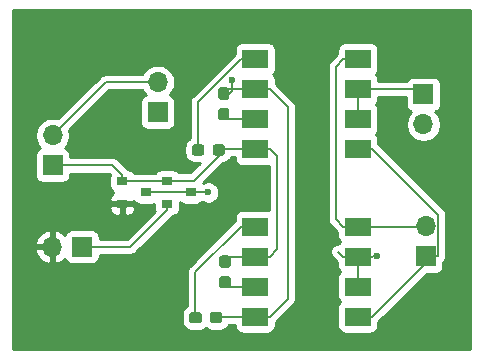
<source format=gtl>
G04 #@! TF.GenerationSoftware,KiCad,Pcbnew,(5.1.5-0)*
G04 #@! TF.CreationDate,2022-03-29T15:48:06-06:00*
G04 #@! TF.ProjectId,polarity_swap,706f6c61-7269-4747-995f-737761702e6b,1*
G04 #@! TF.SameCoordinates,Original*
G04 #@! TF.FileFunction,Copper,L1,Top*
G04 #@! TF.FilePolarity,Positive*
%FSLAX46Y46*%
G04 Gerber Fmt 4.6, Leading zero omitted, Abs format (unit mm)*
G04 Created by KiCad (PCBNEW (5.1.5-0)) date 2022-03-29 15:48:06*
%MOMM*%
%LPD*%
G04 APERTURE LIST*
%ADD10O,1.700000X1.700000*%
%ADD11R,1.700000X1.700000*%
%ADD12R,2.200000X1.600000*%
%ADD13C,0.152400*%
%ADD14R,0.900000X0.800000*%
%ADD15C,0.600000*%
%ADD16C,0.127000*%
%ADD17C,0.254000*%
G04 APERTURE END LIST*
D10*
X-9600000Y-5340000D03*
D11*
X-9600000Y-2800000D03*
D10*
X-9400000Y-13960000D03*
D11*
X-9400000Y-16500000D03*
D10*
X-41000000Y-6260000D03*
D11*
X-41000000Y-8800000D03*
D10*
X-41040000Y-15700000D03*
D11*
X-38500000Y-15700000D03*
D12*
X-23850000Y-13990000D03*
X-23850000Y-16530000D03*
X-15150000Y-19070000D03*
X-23850000Y-21610000D03*
X-15150000Y-21610000D03*
X-15150000Y-16530000D03*
X-15150000Y-13990000D03*
X-23850000Y-19070000D03*
X-23841000Y185001D03*
X-23841000Y-2354999D03*
X-15141000Y-4894999D03*
X-23841000Y-7434999D03*
X-15141000Y-7434999D03*
X-15141000Y-2354999D03*
X-15141000Y185001D03*
X-23841000Y-4894999D03*
G04 #@! TA.AperFunction,SMDPad,CuDef*
D13*
G36*
X-26139221Y-18176144D02*
G01*
X-26116166Y-18179563D01*
X-26093557Y-18185227D01*
X-26071613Y-18193079D01*
X-26050543Y-18203044D01*
X-26030552Y-18215026D01*
X-26011832Y-18228910D01*
X-25994562Y-18244562D01*
X-25978910Y-18261832D01*
X-25965026Y-18280552D01*
X-25953044Y-18300543D01*
X-25943079Y-18321613D01*
X-25935227Y-18343557D01*
X-25929563Y-18366166D01*
X-25926144Y-18389221D01*
X-25925000Y-18412500D01*
X-25925000Y-18987500D01*
X-25926144Y-19010779D01*
X-25929563Y-19033834D01*
X-25935227Y-19056443D01*
X-25943079Y-19078387D01*
X-25953044Y-19099457D01*
X-25965026Y-19119448D01*
X-25978910Y-19138168D01*
X-25994562Y-19155438D01*
X-26011832Y-19171090D01*
X-26030552Y-19184974D01*
X-26050543Y-19196956D01*
X-26071613Y-19206921D01*
X-26093557Y-19214773D01*
X-26116166Y-19220437D01*
X-26139221Y-19223856D01*
X-26162500Y-19225000D01*
X-26637500Y-19225000D01*
X-26660779Y-19223856D01*
X-26683834Y-19220437D01*
X-26706443Y-19214773D01*
X-26728387Y-19206921D01*
X-26749457Y-19196956D01*
X-26769448Y-19184974D01*
X-26788168Y-19171090D01*
X-26805438Y-19155438D01*
X-26821090Y-19138168D01*
X-26834974Y-19119448D01*
X-26846956Y-19099457D01*
X-26856921Y-19078387D01*
X-26864773Y-19056443D01*
X-26870437Y-19033834D01*
X-26873856Y-19010779D01*
X-26875000Y-18987500D01*
X-26875000Y-18412500D01*
X-26873856Y-18389221D01*
X-26870437Y-18366166D01*
X-26864773Y-18343557D01*
X-26856921Y-18321613D01*
X-26846956Y-18300543D01*
X-26834974Y-18280552D01*
X-26821090Y-18261832D01*
X-26805438Y-18244562D01*
X-26788168Y-18228910D01*
X-26769448Y-18215026D01*
X-26749457Y-18203044D01*
X-26728387Y-18193079D01*
X-26706443Y-18185227D01*
X-26683834Y-18179563D01*
X-26660779Y-18176144D01*
X-26637500Y-18175000D01*
X-26162500Y-18175000D01*
X-26139221Y-18176144D01*
G37*
G04 #@! TD.AperFunction*
G04 #@! TA.AperFunction,SMDPad,CuDef*
G36*
X-26139221Y-16426144D02*
G01*
X-26116166Y-16429563D01*
X-26093557Y-16435227D01*
X-26071613Y-16443079D01*
X-26050543Y-16453044D01*
X-26030552Y-16465026D01*
X-26011832Y-16478910D01*
X-25994562Y-16494562D01*
X-25978910Y-16511832D01*
X-25965026Y-16530552D01*
X-25953044Y-16550543D01*
X-25943079Y-16571613D01*
X-25935227Y-16593557D01*
X-25929563Y-16616166D01*
X-25926144Y-16639221D01*
X-25925000Y-16662500D01*
X-25925000Y-17237500D01*
X-25926144Y-17260779D01*
X-25929563Y-17283834D01*
X-25935227Y-17306443D01*
X-25943079Y-17328387D01*
X-25953044Y-17349457D01*
X-25965026Y-17369448D01*
X-25978910Y-17388168D01*
X-25994562Y-17405438D01*
X-26011832Y-17421090D01*
X-26030552Y-17434974D01*
X-26050543Y-17446956D01*
X-26071613Y-17456921D01*
X-26093557Y-17464773D01*
X-26116166Y-17470437D01*
X-26139221Y-17473856D01*
X-26162500Y-17475000D01*
X-26637500Y-17475000D01*
X-26660779Y-17473856D01*
X-26683834Y-17470437D01*
X-26706443Y-17464773D01*
X-26728387Y-17456921D01*
X-26749457Y-17446956D01*
X-26769448Y-17434974D01*
X-26788168Y-17421090D01*
X-26805438Y-17405438D01*
X-26821090Y-17388168D01*
X-26834974Y-17369448D01*
X-26846956Y-17349457D01*
X-26856921Y-17328387D01*
X-26864773Y-17306443D01*
X-26870437Y-17283834D01*
X-26873856Y-17260779D01*
X-26875000Y-17237500D01*
X-26875000Y-16662500D01*
X-26873856Y-16639221D01*
X-26870437Y-16616166D01*
X-26864773Y-16593557D01*
X-26856921Y-16571613D01*
X-26846956Y-16550543D01*
X-26834974Y-16530552D01*
X-26821090Y-16511832D01*
X-26805438Y-16494562D01*
X-26788168Y-16478910D01*
X-26769448Y-16465026D01*
X-26749457Y-16453044D01*
X-26728387Y-16443079D01*
X-26706443Y-16435227D01*
X-26683834Y-16429563D01*
X-26660779Y-16426144D01*
X-26637500Y-16425000D01*
X-26162500Y-16425000D01*
X-26139221Y-16426144D01*
G37*
G04 #@! TD.AperFunction*
G04 #@! TA.AperFunction,SMDPad,CuDef*
G36*
X-28589221Y-21226144D02*
G01*
X-28566166Y-21229563D01*
X-28543557Y-21235227D01*
X-28521613Y-21243079D01*
X-28500543Y-21253044D01*
X-28480552Y-21265026D01*
X-28461832Y-21278910D01*
X-28444562Y-21294562D01*
X-28428910Y-21311832D01*
X-28415026Y-21330552D01*
X-28403044Y-21350543D01*
X-28393079Y-21371613D01*
X-28385227Y-21393557D01*
X-28379563Y-21416166D01*
X-28376144Y-21439221D01*
X-28375000Y-21462500D01*
X-28375000Y-21937500D01*
X-28376144Y-21960779D01*
X-28379563Y-21983834D01*
X-28385227Y-22006443D01*
X-28393079Y-22028387D01*
X-28403044Y-22049457D01*
X-28415026Y-22069448D01*
X-28428910Y-22088168D01*
X-28444562Y-22105438D01*
X-28461832Y-22121090D01*
X-28480552Y-22134974D01*
X-28500543Y-22146956D01*
X-28521613Y-22156921D01*
X-28543557Y-22164773D01*
X-28566166Y-22170437D01*
X-28589221Y-22173856D01*
X-28612500Y-22175000D01*
X-29187500Y-22175000D01*
X-29210779Y-22173856D01*
X-29233834Y-22170437D01*
X-29256443Y-22164773D01*
X-29278387Y-22156921D01*
X-29299457Y-22146956D01*
X-29319448Y-22134974D01*
X-29338168Y-22121090D01*
X-29355438Y-22105438D01*
X-29371090Y-22088168D01*
X-29384974Y-22069448D01*
X-29396956Y-22049457D01*
X-29406921Y-22028387D01*
X-29414773Y-22006443D01*
X-29420437Y-21983834D01*
X-29423856Y-21960779D01*
X-29425000Y-21937500D01*
X-29425000Y-21462500D01*
X-29423856Y-21439221D01*
X-29420437Y-21416166D01*
X-29414773Y-21393557D01*
X-29406921Y-21371613D01*
X-29396956Y-21350543D01*
X-29384974Y-21330552D01*
X-29371090Y-21311832D01*
X-29355438Y-21294562D01*
X-29338168Y-21278910D01*
X-29319448Y-21265026D01*
X-29299457Y-21253044D01*
X-29278387Y-21243079D01*
X-29256443Y-21235227D01*
X-29233834Y-21229563D01*
X-29210779Y-21226144D01*
X-29187500Y-21225000D01*
X-28612500Y-21225000D01*
X-28589221Y-21226144D01*
G37*
G04 #@! TD.AperFunction*
G04 #@! TA.AperFunction,SMDPad,CuDef*
G36*
X-26839221Y-21226144D02*
G01*
X-26816166Y-21229563D01*
X-26793557Y-21235227D01*
X-26771613Y-21243079D01*
X-26750543Y-21253044D01*
X-26730552Y-21265026D01*
X-26711832Y-21278910D01*
X-26694562Y-21294562D01*
X-26678910Y-21311832D01*
X-26665026Y-21330552D01*
X-26653044Y-21350543D01*
X-26643079Y-21371613D01*
X-26635227Y-21393557D01*
X-26629563Y-21416166D01*
X-26626144Y-21439221D01*
X-26625000Y-21462500D01*
X-26625000Y-21937500D01*
X-26626144Y-21960779D01*
X-26629563Y-21983834D01*
X-26635227Y-22006443D01*
X-26643079Y-22028387D01*
X-26653044Y-22049457D01*
X-26665026Y-22069448D01*
X-26678910Y-22088168D01*
X-26694562Y-22105438D01*
X-26711832Y-22121090D01*
X-26730552Y-22134974D01*
X-26750543Y-22146956D01*
X-26771613Y-22156921D01*
X-26793557Y-22164773D01*
X-26816166Y-22170437D01*
X-26839221Y-22173856D01*
X-26862500Y-22175000D01*
X-27437500Y-22175000D01*
X-27460779Y-22173856D01*
X-27483834Y-22170437D01*
X-27506443Y-22164773D01*
X-27528387Y-22156921D01*
X-27549457Y-22146956D01*
X-27569448Y-22134974D01*
X-27588168Y-22121090D01*
X-27605438Y-22105438D01*
X-27621090Y-22088168D01*
X-27634974Y-22069448D01*
X-27646956Y-22049457D01*
X-27656921Y-22028387D01*
X-27664773Y-22006443D01*
X-27670437Y-21983834D01*
X-27673856Y-21960779D01*
X-27675000Y-21937500D01*
X-27675000Y-21462500D01*
X-27673856Y-21439221D01*
X-27670437Y-21416166D01*
X-27664773Y-21393557D01*
X-27656921Y-21371613D01*
X-27646956Y-21350543D01*
X-27634974Y-21330552D01*
X-27621090Y-21311832D01*
X-27605438Y-21294562D01*
X-27588168Y-21278910D01*
X-27569448Y-21265026D01*
X-27549457Y-21253044D01*
X-27528387Y-21243079D01*
X-27506443Y-21235227D01*
X-27483834Y-21229563D01*
X-27460779Y-21226144D01*
X-27437500Y-21225000D01*
X-26862500Y-21225000D01*
X-26839221Y-21226144D01*
G37*
G04 #@! TD.AperFunction*
G04 #@! TA.AperFunction,SMDPad,CuDef*
G36*
X-26239221Y-2201144D02*
G01*
X-26216166Y-2204563D01*
X-26193557Y-2210227D01*
X-26171613Y-2218079D01*
X-26150543Y-2228044D01*
X-26130552Y-2240026D01*
X-26111832Y-2253910D01*
X-26094562Y-2269562D01*
X-26078910Y-2286832D01*
X-26065026Y-2305552D01*
X-26053044Y-2325543D01*
X-26043079Y-2346613D01*
X-26035227Y-2368557D01*
X-26029563Y-2391166D01*
X-26026144Y-2414221D01*
X-26025000Y-2437500D01*
X-26025000Y-3012500D01*
X-26026144Y-3035779D01*
X-26029563Y-3058834D01*
X-26035227Y-3081443D01*
X-26043079Y-3103387D01*
X-26053044Y-3124457D01*
X-26065026Y-3144448D01*
X-26078910Y-3163168D01*
X-26094562Y-3180438D01*
X-26111832Y-3196090D01*
X-26130552Y-3209974D01*
X-26150543Y-3221956D01*
X-26171613Y-3231921D01*
X-26193557Y-3239773D01*
X-26216166Y-3245437D01*
X-26239221Y-3248856D01*
X-26262500Y-3250000D01*
X-26737500Y-3250000D01*
X-26760779Y-3248856D01*
X-26783834Y-3245437D01*
X-26806443Y-3239773D01*
X-26828387Y-3231921D01*
X-26849457Y-3221956D01*
X-26869448Y-3209974D01*
X-26888168Y-3196090D01*
X-26905438Y-3180438D01*
X-26921090Y-3163168D01*
X-26934974Y-3144448D01*
X-26946956Y-3124457D01*
X-26956921Y-3103387D01*
X-26964773Y-3081443D01*
X-26970437Y-3058834D01*
X-26973856Y-3035779D01*
X-26975000Y-3012500D01*
X-26975000Y-2437500D01*
X-26973856Y-2414221D01*
X-26970437Y-2391166D01*
X-26964773Y-2368557D01*
X-26956921Y-2346613D01*
X-26946956Y-2325543D01*
X-26934974Y-2305552D01*
X-26921090Y-2286832D01*
X-26905438Y-2269562D01*
X-26888168Y-2253910D01*
X-26869448Y-2240026D01*
X-26849457Y-2228044D01*
X-26828387Y-2218079D01*
X-26806443Y-2210227D01*
X-26783834Y-2204563D01*
X-26760779Y-2201144D01*
X-26737500Y-2200000D01*
X-26262500Y-2200000D01*
X-26239221Y-2201144D01*
G37*
G04 #@! TD.AperFunction*
G04 #@! TA.AperFunction,SMDPad,CuDef*
G36*
X-26239221Y-3951144D02*
G01*
X-26216166Y-3954563D01*
X-26193557Y-3960227D01*
X-26171613Y-3968079D01*
X-26150543Y-3978044D01*
X-26130552Y-3990026D01*
X-26111832Y-4003910D01*
X-26094562Y-4019562D01*
X-26078910Y-4036832D01*
X-26065026Y-4055552D01*
X-26053044Y-4075543D01*
X-26043079Y-4096613D01*
X-26035227Y-4118557D01*
X-26029563Y-4141166D01*
X-26026144Y-4164221D01*
X-26025000Y-4187500D01*
X-26025000Y-4762500D01*
X-26026144Y-4785779D01*
X-26029563Y-4808834D01*
X-26035227Y-4831443D01*
X-26043079Y-4853387D01*
X-26053044Y-4874457D01*
X-26065026Y-4894448D01*
X-26078910Y-4913168D01*
X-26094562Y-4930438D01*
X-26111832Y-4946090D01*
X-26130552Y-4959974D01*
X-26150543Y-4971956D01*
X-26171613Y-4981921D01*
X-26193557Y-4989773D01*
X-26216166Y-4995437D01*
X-26239221Y-4998856D01*
X-26262500Y-5000000D01*
X-26737500Y-5000000D01*
X-26760779Y-4998856D01*
X-26783834Y-4995437D01*
X-26806443Y-4989773D01*
X-26828387Y-4981921D01*
X-26849457Y-4971956D01*
X-26869448Y-4959974D01*
X-26888168Y-4946090D01*
X-26905438Y-4930438D01*
X-26921090Y-4913168D01*
X-26934974Y-4894448D01*
X-26946956Y-4874457D01*
X-26956921Y-4853387D01*
X-26964773Y-4831443D01*
X-26970437Y-4808834D01*
X-26973856Y-4785779D01*
X-26975000Y-4762500D01*
X-26975000Y-4187500D01*
X-26973856Y-4164221D01*
X-26970437Y-4141166D01*
X-26964773Y-4118557D01*
X-26956921Y-4096613D01*
X-26946956Y-4075543D01*
X-26934974Y-4055552D01*
X-26921090Y-4036832D01*
X-26905438Y-4019562D01*
X-26888168Y-4003910D01*
X-26869448Y-3990026D01*
X-26849457Y-3978044D01*
X-26828387Y-3968079D01*
X-26806443Y-3960227D01*
X-26783834Y-3954563D01*
X-26760779Y-3951144D01*
X-26737500Y-3950000D01*
X-26262500Y-3950000D01*
X-26239221Y-3951144D01*
G37*
G04 #@! TD.AperFunction*
G04 #@! TA.AperFunction,SMDPad,CuDef*
G36*
X-26614221Y-7026144D02*
G01*
X-26591166Y-7029563D01*
X-26568557Y-7035227D01*
X-26546613Y-7043079D01*
X-26525543Y-7053044D01*
X-26505552Y-7065026D01*
X-26486832Y-7078910D01*
X-26469562Y-7094562D01*
X-26453910Y-7111832D01*
X-26440026Y-7130552D01*
X-26428044Y-7150543D01*
X-26418079Y-7171613D01*
X-26410227Y-7193557D01*
X-26404563Y-7216166D01*
X-26401144Y-7239221D01*
X-26400000Y-7262500D01*
X-26400000Y-7737500D01*
X-26401144Y-7760779D01*
X-26404563Y-7783834D01*
X-26410227Y-7806443D01*
X-26418079Y-7828387D01*
X-26428044Y-7849457D01*
X-26440026Y-7869448D01*
X-26453910Y-7888168D01*
X-26469562Y-7905438D01*
X-26486832Y-7921090D01*
X-26505552Y-7934974D01*
X-26525543Y-7946956D01*
X-26546613Y-7956921D01*
X-26568557Y-7964773D01*
X-26591166Y-7970437D01*
X-26614221Y-7973856D01*
X-26637500Y-7975000D01*
X-27212500Y-7975000D01*
X-27235779Y-7973856D01*
X-27258834Y-7970437D01*
X-27281443Y-7964773D01*
X-27303387Y-7956921D01*
X-27324457Y-7946956D01*
X-27344448Y-7934974D01*
X-27363168Y-7921090D01*
X-27380438Y-7905438D01*
X-27396090Y-7888168D01*
X-27409974Y-7869448D01*
X-27421956Y-7849457D01*
X-27431921Y-7828387D01*
X-27439773Y-7806443D01*
X-27445437Y-7783834D01*
X-27448856Y-7760779D01*
X-27450000Y-7737500D01*
X-27450000Y-7262500D01*
X-27448856Y-7239221D01*
X-27445437Y-7216166D01*
X-27439773Y-7193557D01*
X-27431921Y-7171613D01*
X-27421956Y-7150543D01*
X-27409974Y-7130552D01*
X-27396090Y-7111832D01*
X-27380438Y-7094562D01*
X-27363168Y-7078910D01*
X-27344448Y-7065026D01*
X-27324457Y-7053044D01*
X-27303387Y-7043079D01*
X-27281443Y-7035227D01*
X-27258834Y-7029563D01*
X-27235779Y-7026144D01*
X-27212500Y-7025000D01*
X-26637500Y-7025000D01*
X-26614221Y-7026144D01*
G37*
G04 #@! TD.AperFunction*
G04 #@! TA.AperFunction,SMDPad,CuDef*
G36*
X-28364221Y-7026144D02*
G01*
X-28341166Y-7029563D01*
X-28318557Y-7035227D01*
X-28296613Y-7043079D01*
X-28275543Y-7053044D01*
X-28255552Y-7065026D01*
X-28236832Y-7078910D01*
X-28219562Y-7094562D01*
X-28203910Y-7111832D01*
X-28190026Y-7130552D01*
X-28178044Y-7150543D01*
X-28168079Y-7171613D01*
X-28160227Y-7193557D01*
X-28154563Y-7216166D01*
X-28151144Y-7239221D01*
X-28150000Y-7262500D01*
X-28150000Y-7737500D01*
X-28151144Y-7760779D01*
X-28154563Y-7783834D01*
X-28160227Y-7806443D01*
X-28168079Y-7828387D01*
X-28178044Y-7849457D01*
X-28190026Y-7869448D01*
X-28203910Y-7888168D01*
X-28219562Y-7905438D01*
X-28236832Y-7921090D01*
X-28255552Y-7934974D01*
X-28275543Y-7946956D01*
X-28296613Y-7956921D01*
X-28318557Y-7964773D01*
X-28341166Y-7970437D01*
X-28364221Y-7973856D01*
X-28387500Y-7975000D01*
X-28962500Y-7975000D01*
X-28985779Y-7973856D01*
X-29008834Y-7970437D01*
X-29031443Y-7964773D01*
X-29053387Y-7956921D01*
X-29074457Y-7946956D01*
X-29094448Y-7934974D01*
X-29113168Y-7921090D01*
X-29130438Y-7905438D01*
X-29146090Y-7888168D01*
X-29159974Y-7869448D01*
X-29171956Y-7849457D01*
X-29181921Y-7828387D01*
X-29189773Y-7806443D01*
X-29195437Y-7783834D01*
X-29198856Y-7760779D01*
X-29200000Y-7737500D01*
X-29200000Y-7262500D01*
X-29198856Y-7239221D01*
X-29195437Y-7216166D01*
X-29189773Y-7193557D01*
X-29181921Y-7171613D01*
X-29171956Y-7150543D01*
X-29159974Y-7130552D01*
X-29146090Y-7111832D01*
X-29130438Y-7094562D01*
X-29113168Y-7078910D01*
X-29094448Y-7065026D01*
X-29074457Y-7053044D01*
X-29053387Y-7043079D01*
X-29031443Y-7035227D01*
X-29008834Y-7029563D01*
X-28985779Y-7026144D01*
X-28962500Y-7025000D01*
X-28387500Y-7025000D01*
X-28364221Y-7026144D01*
G37*
G04 #@! TD.AperFunction*
D14*
X-33100000Y-11100000D03*
X-35100000Y-12050000D03*
X-35100000Y-10150000D03*
X-29300000Y-11100000D03*
X-31300000Y-12050000D03*
X-31300000Y-10150000D03*
D10*
X-32100000Y-1760000D03*
D11*
X-32100000Y-4300000D03*
D15*
X-25800000Y-1600000D03*
X-27800000Y-11100000D03*
X-13500000Y-16500000D03*
D16*
X-27060000Y-21610000D02*
X-27150000Y-21700000D01*
X-23850000Y-21610000D02*
X-27060000Y-21610000D01*
X-26129999Y-2354999D02*
X-26500000Y-2725000D01*
X-23841000Y-2354999D02*
X-26129999Y-2354999D01*
X-36500000Y-1760000D02*
X-32100000Y-1760000D01*
X-41000000Y-6260000D02*
X-36500000Y-1760000D01*
X-22614000Y-2354999D02*
X-21100000Y-3868999D01*
X-23841000Y-2354999D02*
X-22614000Y-2354999D01*
X-22623000Y-21610000D02*
X-23850000Y-21610000D01*
X-21100000Y-20087000D02*
X-22623000Y-21610000D01*
X-21100000Y-3868999D02*
X-21100000Y-20087000D01*
X-26025000Y-2725000D02*
X-25800000Y-2500000D01*
X-25800000Y-2500000D02*
X-25800000Y-1600000D01*
X-26500000Y-2725000D02*
X-26025000Y-2725000D01*
X-29877000Y-11100000D02*
X-33100000Y-11100000D01*
X-29300000Y-11100000D02*
X-29877000Y-11100000D01*
X-29300000Y-11100000D02*
X-27800000Y-11100000D01*
X-31300000Y-12577000D02*
X-31300000Y-12050000D01*
X-34423000Y-15700000D02*
X-31300000Y-12577000D01*
X-38500000Y-15700000D02*
X-34423000Y-15700000D01*
X-25980000Y-16530000D02*
X-26400000Y-16950000D01*
X-23850000Y-16530000D02*
X-25980000Y-16530000D01*
X-26859999Y-7434999D02*
X-26925000Y-7500000D01*
X-23841000Y-7434999D02*
X-26859999Y-7434999D01*
X-22623000Y-16530000D02*
X-22000000Y-15907000D01*
X-23850000Y-16530000D02*
X-22623000Y-16530000D01*
X-22614000Y-7434999D02*
X-23841000Y-7434999D01*
X-22000000Y-8048999D02*
X-22614000Y-7434999D01*
X-22000000Y-15907000D02*
X-22000000Y-8048999D01*
X-30723000Y-10150000D02*
X-30673000Y-10100000D01*
X-31300000Y-10150000D02*
X-30723000Y-10150000D01*
X-26925000Y-7975000D02*
X-26925000Y-7500000D01*
X-29050000Y-10100000D02*
X-26925000Y-7975000D01*
X-30673000Y-10100000D02*
X-29050000Y-10100000D01*
X-35923000Y-8800000D02*
X-35100000Y-9623000D01*
X-35100000Y-9623000D02*
X-35100000Y-10150000D01*
X-41000000Y-8800000D02*
X-35923000Y-8800000D01*
X-31300000Y-10150000D02*
X-35100000Y-10150000D01*
X-28675000Y-3421999D02*
X-28675000Y-7025000D01*
X-28675000Y-7025000D02*
X-28675000Y-7500000D01*
X-25068000Y185001D02*
X-28675000Y-3421999D01*
X-23841000Y185001D02*
X-25068000Y185001D01*
X-26080001Y-4894999D02*
X-26500000Y-4475000D01*
X-23841000Y-4894999D02*
X-26080001Y-4894999D01*
X-28900000Y-21225000D02*
X-28900000Y-21700000D01*
X-25077000Y-13990000D02*
X-28900000Y-17813000D01*
X-28900000Y-17813000D02*
X-28900000Y-21225000D01*
X-23850000Y-13990000D02*
X-25077000Y-13990000D01*
X-26030000Y-19070000D02*
X-26400000Y-18700000D01*
X-23850000Y-19070000D02*
X-26030000Y-19070000D01*
X-10045001Y-2354999D02*
X-9600000Y-2800000D01*
X-15141000Y-2354999D02*
X-10045001Y-2354999D01*
X-15141000Y-4894999D02*
X-15141000Y-2354999D01*
X-9400000Y-17087000D02*
X-9400000Y-16500000D01*
X-13923000Y-21610000D02*
X-9400000Y-17087000D01*
X-15150000Y-21610000D02*
X-13923000Y-21610000D01*
X-8359499Y-12989500D02*
X-8359499Y-16436499D01*
X-13914000Y-7434999D02*
X-8359499Y-12989500D01*
X-8423000Y-16500000D02*
X-9400000Y-16500000D01*
X-8359499Y-16436499D02*
X-8423000Y-16500000D01*
X-15141000Y-7434999D02*
X-13914000Y-7434999D01*
X-9430000Y-13990000D02*
X-9400000Y-13960000D01*
X-15150000Y-13990000D02*
X-9430000Y-13990000D01*
X-16377000Y-13990000D02*
X-17000000Y-13367000D01*
X-15150000Y-13990000D02*
X-16377000Y-13990000D01*
X-16368000Y185001D02*
X-15141000Y185001D01*
X-17000000Y-446999D02*
X-16368000Y185001D01*
X-17000000Y-13367000D02*
X-17000000Y-446999D01*
X-15150000Y-19070000D02*
X-15150000Y-16530000D01*
X-16377000Y-16530000D02*
X-16800000Y-16107000D01*
X-15150000Y-16530000D02*
X-16377000Y-16530000D01*
X-13893000Y-16500000D02*
X-13500000Y-16500000D01*
X-13923000Y-16530000D02*
X-13893000Y-16500000D01*
X-15150000Y-16530000D02*
X-13923000Y-16530000D01*
D17*
G36*
X-5654049Y-24345950D02*
G01*
X-44345950Y-24345950D01*
X-44345950Y-16056891D01*
X-42481481Y-16056891D01*
X-42384157Y-16331252D01*
X-42235178Y-16581355D01*
X-42040269Y-16797588D01*
X-41806920Y-16971641D01*
X-41544099Y-17096825D01*
X-41396890Y-17141476D01*
X-41167000Y-17020155D01*
X-41167000Y-15827000D01*
X-42360814Y-15827000D01*
X-42481481Y-16056891D01*
X-44345950Y-16056891D01*
X-44345950Y-15343109D01*
X-42481481Y-15343109D01*
X-42360814Y-15573000D01*
X-41167000Y-15573000D01*
X-41167000Y-14379845D01*
X-41396890Y-14258524D01*
X-41544099Y-14303175D01*
X-41806920Y-14428359D01*
X-42040269Y-14602412D01*
X-42235178Y-14818645D01*
X-42384157Y-15068748D01*
X-42481481Y-15343109D01*
X-44345950Y-15343109D01*
X-44345950Y-12450000D01*
X-36188072Y-12450000D01*
X-36175812Y-12574482D01*
X-36139502Y-12694180D01*
X-36080537Y-12804494D01*
X-36001185Y-12901185D01*
X-35904494Y-12980537D01*
X-35794180Y-13039502D01*
X-35674482Y-13075812D01*
X-35550000Y-13088072D01*
X-35385750Y-13085000D01*
X-35227000Y-12926250D01*
X-35227000Y-12177000D01*
X-34973000Y-12177000D01*
X-34973000Y-12926250D01*
X-34814250Y-13085000D01*
X-34650000Y-13088072D01*
X-34525518Y-13075812D01*
X-34405820Y-13039502D01*
X-34295506Y-12980537D01*
X-34198815Y-12901185D01*
X-34119463Y-12804494D01*
X-34060498Y-12694180D01*
X-34024188Y-12574482D01*
X-34011928Y-12450000D01*
X-34015000Y-12335750D01*
X-34173750Y-12177000D01*
X-34973000Y-12177000D01*
X-35227000Y-12177000D01*
X-36026250Y-12177000D01*
X-36185000Y-12335750D01*
X-36188072Y-12450000D01*
X-44345950Y-12450000D01*
X-44345950Y-7950000D01*
X-42488072Y-7950000D01*
X-42488072Y-9650000D01*
X-42475812Y-9774482D01*
X-42439502Y-9894180D01*
X-42380537Y-10004494D01*
X-42301185Y-10101185D01*
X-42204494Y-10180537D01*
X-42094180Y-10239502D01*
X-41974482Y-10275812D01*
X-41850000Y-10288072D01*
X-40150000Y-10288072D01*
X-40025518Y-10275812D01*
X-39905820Y-10239502D01*
X-39795506Y-10180537D01*
X-39698815Y-10101185D01*
X-39619463Y-10004494D01*
X-39560498Y-9894180D01*
X-39524188Y-9774482D01*
X-39511928Y-9650000D01*
X-39511928Y-9498500D01*
X-36212327Y-9498500D01*
X-36154748Y-9556079D01*
X-36175812Y-9625518D01*
X-36188072Y-9750000D01*
X-36188072Y-10550000D01*
X-36175812Y-10674482D01*
X-36139502Y-10794180D01*
X-36080537Y-10904494D01*
X-36001185Y-11001185D01*
X-35904494Y-11080537D01*
X-35868082Y-11100000D01*
X-35904494Y-11119463D01*
X-36001185Y-11198815D01*
X-36080537Y-11295506D01*
X-36139502Y-11405820D01*
X-36175812Y-11525518D01*
X-36188072Y-11650000D01*
X-36185000Y-11764250D01*
X-36026250Y-11923000D01*
X-35227000Y-11923000D01*
X-35227000Y-11903000D01*
X-34973000Y-11903000D01*
X-34973000Y-11923000D01*
X-34173750Y-11923000D01*
X-34089143Y-11838393D01*
X-34080537Y-11854494D01*
X-34001185Y-11951185D01*
X-33904494Y-12030537D01*
X-33794180Y-12089502D01*
X-33674482Y-12125812D01*
X-33550000Y-12138072D01*
X-32650000Y-12138072D01*
X-32525518Y-12125812D01*
X-32405820Y-12089502D01*
X-32388072Y-12080015D01*
X-32388072Y-12450000D01*
X-32375812Y-12574482D01*
X-32354748Y-12643920D01*
X-34712327Y-15001500D01*
X-37011928Y-15001500D01*
X-37011928Y-14850000D01*
X-37024188Y-14725518D01*
X-37060498Y-14605820D01*
X-37119463Y-14495506D01*
X-37198815Y-14398815D01*
X-37295506Y-14319463D01*
X-37405820Y-14260498D01*
X-37525518Y-14224188D01*
X-37650000Y-14211928D01*
X-39350000Y-14211928D01*
X-39474482Y-14224188D01*
X-39594180Y-14260498D01*
X-39704494Y-14319463D01*
X-39801185Y-14398815D01*
X-39880537Y-14495506D01*
X-39939502Y-14605820D01*
X-39963966Y-14686466D01*
X-40039731Y-14602412D01*
X-40273080Y-14428359D01*
X-40535901Y-14303175D01*
X-40683110Y-14258524D01*
X-40913000Y-14379845D01*
X-40913000Y-15573000D01*
X-40893000Y-15573000D01*
X-40893000Y-15827000D01*
X-40913000Y-15827000D01*
X-40913000Y-17020155D01*
X-40683110Y-17141476D01*
X-40535901Y-17096825D01*
X-40273080Y-16971641D01*
X-40039731Y-16797588D01*
X-39963966Y-16713534D01*
X-39939502Y-16794180D01*
X-39880537Y-16904494D01*
X-39801185Y-17001185D01*
X-39704494Y-17080537D01*
X-39594180Y-17139502D01*
X-39474482Y-17175812D01*
X-39350000Y-17188072D01*
X-37650000Y-17188072D01*
X-37525518Y-17175812D01*
X-37405820Y-17139502D01*
X-37295506Y-17080537D01*
X-37198815Y-17001185D01*
X-37119463Y-16904494D01*
X-37060498Y-16794180D01*
X-37024188Y-16674482D01*
X-37011928Y-16550000D01*
X-37011928Y-16398500D01*
X-34457298Y-16398500D01*
X-34423000Y-16401878D01*
X-34388702Y-16398500D01*
X-34388691Y-16398500D01*
X-34286070Y-16388393D01*
X-34154403Y-16348452D01*
X-34033057Y-16283591D01*
X-33926697Y-16196303D01*
X-33904825Y-16169652D01*
X-30830338Y-13095166D01*
X-30817834Y-13084904D01*
X-30725518Y-13075812D01*
X-30605820Y-13039502D01*
X-30495506Y-12980537D01*
X-30398815Y-12901185D01*
X-30319463Y-12804494D01*
X-30260498Y-12694180D01*
X-30224188Y-12574482D01*
X-30211928Y-12450000D01*
X-30211928Y-11938095D01*
X-30201185Y-11951185D01*
X-30104494Y-12030537D01*
X-29994180Y-12089502D01*
X-29874482Y-12125812D01*
X-29750000Y-12138072D01*
X-28850000Y-12138072D01*
X-28725518Y-12125812D01*
X-28605820Y-12089502D01*
X-28495506Y-12030537D01*
X-28398815Y-11951185D01*
X-28331615Y-11869301D01*
X-28242889Y-11928586D01*
X-28072729Y-11999068D01*
X-27892089Y-12035000D01*
X-27707911Y-12035000D01*
X-27527271Y-11999068D01*
X-27357111Y-11928586D01*
X-27203972Y-11826262D01*
X-27073738Y-11696028D01*
X-26971414Y-11542889D01*
X-26900932Y-11372729D01*
X-26865000Y-11192089D01*
X-26865000Y-11007911D01*
X-26900932Y-10827271D01*
X-26971414Y-10657111D01*
X-27073738Y-10503972D01*
X-27203972Y-10373738D01*
X-27357111Y-10271414D01*
X-27527271Y-10200932D01*
X-27707911Y-10165000D01*
X-27892089Y-10165000D01*
X-28072729Y-10200932D01*
X-28227009Y-10264836D01*
X-26568442Y-8606270D01*
X-26466684Y-8596248D01*
X-26302433Y-8546423D01*
X-26151058Y-8465512D01*
X-26018377Y-8356623D01*
X-25909488Y-8223942D01*
X-25861146Y-8133499D01*
X-25579072Y-8133499D01*
X-25579072Y-8234999D01*
X-25566812Y-8359481D01*
X-25530502Y-8479179D01*
X-25471537Y-8589493D01*
X-25392185Y-8686184D01*
X-25295494Y-8765536D01*
X-25185180Y-8824501D01*
X-25065482Y-8860811D01*
X-24941000Y-8873071D01*
X-22741000Y-8873071D01*
X-22698499Y-8868885D01*
X-22698500Y-12557000D01*
X-22750000Y-12551928D01*
X-24950000Y-12551928D01*
X-25074482Y-12564188D01*
X-25194180Y-12600498D01*
X-25304494Y-12659463D01*
X-25401185Y-12738815D01*
X-25480537Y-12835506D01*
X-25539502Y-12945820D01*
X-25575812Y-13065518D01*
X-25588072Y-13190000D01*
X-25588072Y-13511693D01*
X-25595171Y-13520343D01*
X-29369656Y-17294829D01*
X-29396303Y-17316698D01*
X-29418171Y-17343344D01*
X-29418174Y-17343347D01*
X-29483591Y-17423057D01*
X-29512394Y-17476944D01*
X-29548452Y-17544404D01*
X-29588393Y-17676071D01*
X-29598500Y-17778692D01*
X-29598500Y-17778702D01*
X-29601878Y-17813000D01*
X-29598500Y-17847298D01*
X-29598499Y-20694163D01*
X-29673942Y-20734488D01*
X-29806623Y-20843377D01*
X-29915512Y-20976058D01*
X-29996423Y-21127433D01*
X-30046248Y-21291684D01*
X-30063072Y-21462500D01*
X-30063072Y-21937500D01*
X-30046248Y-22108316D01*
X-29996423Y-22272567D01*
X-29915512Y-22423942D01*
X-29806623Y-22556623D01*
X-29673942Y-22665512D01*
X-29522567Y-22746423D01*
X-29358316Y-22796248D01*
X-29187500Y-22813072D01*
X-28612500Y-22813072D01*
X-28441684Y-22796248D01*
X-28277433Y-22746423D01*
X-28126058Y-22665512D01*
X-28025000Y-22582575D01*
X-27923942Y-22665512D01*
X-27772567Y-22746423D01*
X-27608316Y-22796248D01*
X-27437500Y-22813072D01*
X-26862500Y-22813072D01*
X-26691684Y-22796248D01*
X-26527433Y-22746423D01*
X-26376058Y-22665512D01*
X-26243377Y-22556623D01*
X-26134488Y-22423942D01*
X-26072783Y-22308500D01*
X-25588072Y-22308500D01*
X-25588072Y-22410000D01*
X-25575812Y-22534482D01*
X-25539502Y-22654180D01*
X-25480537Y-22764494D01*
X-25401185Y-22861185D01*
X-25304494Y-22940537D01*
X-25194180Y-22999502D01*
X-25074482Y-23035812D01*
X-24950000Y-23048072D01*
X-22750000Y-23048072D01*
X-22625518Y-23035812D01*
X-22505820Y-22999502D01*
X-22395506Y-22940537D01*
X-22298815Y-22861185D01*
X-22219463Y-22764494D01*
X-22160498Y-22654180D01*
X-22124188Y-22534482D01*
X-22111928Y-22410000D01*
X-22111928Y-22088307D01*
X-22104825Y-22079652D01*
X-20630338Y-20605166D01*
X-20603697Y-20583303D01*
X-20581834Y-20556663D01*
X-20581826Y-20556655D01*
X-20516409Y-20476944D01*
X-20451549Y-20355599D01*
X-20451548Y-20355597D01*
X-20411607Y-20223930D01*
X-20401500Y-20121309D01*
X-20401500Y-20121299D01*
X-20398122Y-20087001D01*
X-20401500Y-20052703D01*
X-20401500Y-3903296D01*
X-20398122Y-3868998D01*
X-20401500Y-3834700D01*
X-20401500Y-3834690D01*
X-20411607Y-3732069D01*
X-20451548Y-3600402D01*
X-20504210Y-3501878D01*
X-20516409Y-3479055D01*
X-20581827Y-3399344D01*
X-20581833Y-3399338D01*
X-20603698Y-3372696D01*
X-20630338Y-3350833D01*
X-22095825Y-1885347D01*
X-22102928Y-1876692D01*
X-22102928Y-1554999D01*
X-22115188Y-1430517D01*
X-22151498Y-1310819D01*
X-22210463Y-1200505D01*
X-22289815Y-1103814D01*
X-22312741Y-1084999D01*
X-22289815Y-1066184D01*
X-22210463Y-969493D01*
X-22151498Y-859179D01*
X-22115188Y-739481D01*
X-22102928Y-614999D01*
X-22102928Y-446999D01*
X-17701878Y-446999D01*
X-17698499Y-481307D01*
X-17698500Y-13332702D01*
X-17701878Y-13367000D01*
X-17698500Y-13401298D01*
X-17698500Y-13401308D01*
X-17688393Y-13503929D01*
X-17659232Y-13600058D01*
X-17648451Y-13635598D01*
X-17583591Y-13756943D01*
X-17518174Y-13836653D01*
X-17518171Y-13836656D01*
X-17496303Y-13863302D01*
X-17469656Y-13885171D01*
X-16895173Y-14459655D01*
X-16888072Y-14468307D01*
X-16888072Y-14790000D01*
X-16875812Y-14914482D01*
X-16839502Y-15034180D01*
X-16780537Y-15144494D01*
X-16701185Y-15241185D01*
X-16678259Y-15260000D01*
X-16701185Y-15278815D01*
X-16780537Y-15375506D01*
X-16796549Y-15405462D01*
X-16800000Y-15405122D01*
X-16936929Y-15418608D01*
X-17068598Y-15458549D01*
X-17189943Y-15523409D01*
X-17296303Y-15610697D01*
X-17383591Y-15717057D01*
X-17448451Y-15838402D01*
X-17488392Y-15970071D01*
X-17501878Y-16107000D01*
X-17488392Y-16243929D01*
X-17448451Y-16375598D01*
X-17383591Y-16496943D01*
X-17318174Y-16576653D01*
X-16895175Y-16999652D01*
X-16888072Y-17008307D01*
X-16888072Y-17330000D01*
X-16875812Y-17454482D01*
X-16839502Y-17574180D01*
X-16780537Y-17684494D01*
X-16701185Y-17781185D01*
X-16678259Y-17800000D01*
X-16701185Y-17818815D01*
X-16780537Y-17915506D01*
X-16839502Y-18025820D01*
X-16875812Y-18145518D01*
X-16888072Y-18270000D01*
X-16888072Y-19870000D01*
X-16875812Y-19994482D01*
X-16839502Y-20114180D01*
X-16780537Y-20224494D01*
X-16701185Y-20321185D01*
X-16678259Y-20340000D01*
X-16701185Y-20358815D01*
X-16780537Y-20455506D01*
X-16839502Y-20565820D01*
X-16875812Y-20685518D01*
X-16888072Y-20810000D01*
X-16888072Y-22410000D01*
X-16875812Y-22534482D01*
X-16839502Y-22654180D01*
X-16780537Y-22764494D01*
X-16701185Y-22861185D01*
X-16604494Y-22940537D01*
X-16494180Y-22999502D01*
X-16374482Y-23035812D01*
X-16250000Y-23048072D01*
X-14050000Y-23048072D01*
X-13925518Y-23035812D01*
X-13805820Y-22999502D01*
X-13695506Y-22940537D01*
X-13598815Y-22861185D01*
X-13519463Y-22764494D01*
X-13460498Y-22654180D01*
X-13424188Y-22534482D01*
X-13411928Y-22410000D01*
X-13411928Y-22088307D01*
X-13404825Y-22079652D01*
X-9313244Y-17988072D01*
X-8550000Y-17988072D01*
X-8425518Y-17975812D01*
X-8305820Y-17939502D01*
X-8195506Y-17880537D01*
X-8098815Y-17801185D01*
X-8019463Y-17704494D01*
X-7960498Y-17594180D01*
X-7924188Y-17474482D01*
X-7911928Y-17350000D01*
X-7911928Y-16978307D01*
X-7904825Y-16969652D01*
X-7889847Y-16954674D01*
X-7863196Y-16932802D01*
X-7775908Y-16826442D01*
X-7711047Y-16705096D01*
X-7671106Y-16573429D01*
X-7660999Y-16470808D01*
X-7660999Y-16470797D01*
X-7657621Y-16436499D01*
X-7660999Y-16402201D01*
X-7660999Y-13023798D01*
X-7657621Y-12989500D01*
X-7660999Y-12955202D01*
X-7660999Y-12955191D01*
X-7671106Y-12852570D01*
X-7711047Y-12720903D01*
X-7775908Y-12599557D01*
X-7794420Y-12577000D01*
X-7841325Y-12519846D01*
X-7841332Y-12519839D01*
X-7863197Y-12493197D01*
X-7889837Y-12471334D01*
X-13395825Y-6965347D01*
X-13402928Y-6956692D01*
X-13402928Y-6634999D01*
X-13415188Y-6510517D01*
X-13451498Y-6390819D01*
X-13510463Y-6280505D01*
X-13589815Y-6183814D01*
X-13612741Y-6164999D01*
X-13589815Y-6146184D01*
X-13510463Y-6049493D01*
X-13451498Y-5939179D01*
X-13415188Y-5819481D01*
X-13402928Y-5694999D01*
X-13402928Y-4094999D01*
X-13415188Y-3970517D01*
X-13451498Y-3850819D01*
X-13510463Y-3740505D01*
X-13589815Y-3643814D01*
X-13612741Y-3624999D01*
X-13589815Y-3606184D01*
X-13510463Y-3509493D01*
X-13451498Y-3399179D01*
X-13415188Y-3279481D01*
X-13402928Y-3154999D01*
X-13402928Y-3053499D01*
X-11088072Y-3053499D01*
X-11088072Y-3650000D01*
X-11075812Y-3774482D01*
X-11039502Y-3894180D01*
X-10980537Y-4004494D01*
X-10901185Y-4101185D01*
X-10804494Y-4180537D01*
X-10694180Y-4239502D01*
X-10621620Y-4261513D01*
X-10753475Y-4393368D01*
X-10915990Y-4636589D01*
X-11027932Y-4906842D01*
X-11085000Y-5193740D01*
X-11085000Y-5486260D01*
X-11027932Y-5773158D01*
X-10915990Y-6043411D01*
X-10753475Y-6286632D01*
X-10546632Y-6493475D01*
X-10303411Y-6655990D01*
X-10033158Y-6767932D01*
X-9746260Y-6825000D01*
X-9453740Y-6825000D01*
X-9166842Y-6767932D01*
X-8896589Y-6655990D01*
X-8653368Y-6493475D01*
X-8446525Y-6286632D01*
X-8284010Y-6043411D01*
X-8172068Y-5773158D01*
X-8115000Y-5486260D01*
X-8115000Y-5193740D01*
X-8172068Y-4906842D01*
X-8284010Y-4636589D01*
X-8446525Y-4393368D01*
X-8578380Y-4261513D01*
X-8505820Y-4239502D01*
X-8395506Y-4180537D01*
X-8298815Y-4101185D01*
X-8219463Y-4004494D01*
X-8160498Y-3894180D01*
X-8124188Y-3774482D01*
X-8111928Y-3650000D01*
X-8111928Y-1950000D01*
X-8124188Y-1825518D01*
X-8160498Y-1705820D01*
X-8219463Y-1595506D01*
X-8298815Y-1498815D01*
X-8395506Y-1419463D01*
X-8505820Y-1360498D01*
X-8625518Y-1324188D01*
X-8750000Y-1311928D01*
X-10450000Y-1311928D01*
X-10574482Y-1324188D01*
X-10694180Y-1360498D01*
X-10804494Y-1419463D01*
X-10901185Y-1498815D01*
X-10980537Y-1595506D01*
X-11013139Y-1656499D01*
X-13402928Y-1656499D01*
X-13402928Y-1554999D01*
X-13415188Y-1430517D01*
X-13451498Y-1310819D01*
X-13510463Y-1200505D01*
X-13589815Y-1103814D01*
X-13612741Y-1084999D01*
X-13589815Y-1066184D01*
X-13510463Y-969493D01*
X-13451498Y-859179D01*
X-13415188Y-739481D01*
X-13402928Y-614999D01*
X-13402928Y985001D01*
X-13415188Y1109483D01*
X-13451498Y1229181D01*
X-13510463Y1339495D01*
X-13589815Y1436186D01*
X-13686506Y1515538D01*
X-13796820Y1574503D01*
X-13916518Y1610813D01*
X-14041000Y1623073D01*
X-16241000Y1623073D01*
X-16365482Y1610813D01*
X-16485180Y1574503D01*
X-16595494Y1515538D01*
X-16692185Y1436186D01*
X-16771537Y1339495D01*
X-16830502Y1229181D01*
X-16866812Y1109483D01*
X-16879072Y985001D01*
X-16879072Y663308D01*
X-16886171Y654658D01*
X-17469657Y71171D01*
X-17496302Y49304D01*
X-17518170Y22658D01*
X-17518174Y22654D01*
X-17583591Y-57056D01*
X-17648451Y-178401D01*
X-17688392Y-310070D01*
X-17701878Y-446999D01*
X-22102928Y-446999D01*
X-22102928Y985001D01*
X-22115188Y1109483D01*
X-22151498Y1229181D01*
X-22210463Y1339495D01*
X-22289815Y1436186D01*
X-22386506Y1515538D01*
X-22496820Y1574503D01*
X-22616518Y1610813D01*
X-22741000Y1623073D01*
X-24941000Y1623073D01*
X-25065482Y1610813D01*
X-25185180Y1574503D01*
X-25295494Y1515538D01*
X-25392185Y1436186D01*
X-25471537Y1339495D01*
X-25530502Y1229181D01*
X-25566812Y1109483D01*
X-25579072Y985001D01*
X-25579072Y663308D01*
X-25586171Y654658D01*
X-29144656Y-2903828D01*
X-29171303Y-2925697D01*
X-29193171Y-2952343D01*
X-29193174Y-2952346D01*
X-29258591Y-3032056D01*
X-29302895Y-3114943D01*
X-29323452Y-3153403D01*
X-29363393Y-3285070D01*
X-29373500Y-3387691D01*
X-29373500Y-3387701D01*
X-29376878Y-3421999D01*
X-29373500Y-3456297D01*
X-29373499Y-6494163D01*
X-29448942Y-6534488D01*
X-29581623Y-6643377D01*
X-29690512Y-6776058D01*
X-29771423Y-6927433D01*
X-29821248Y-7091684D01*
X-29838072Y-7262500D01*
X-29838072Y-7737500D01*
X-29821248Y-7908316D01*
X-29771423Y-8072567D01*
X-29690512Y-8223942D01*
X-29581623Y-8356623D01*
X-29448942Y-8465512D01*
X-29297567Y-8546423D01*
X-29133316Y-8596248D01*
X-28962500Y-8613072D01*
X-28550899Y-8613072D01*
X-29339327Y-9401500D01*
X-30316259Y-9401500D01*
X-30319463Y-9395506D01*
X-30398815Y-9298815D01*
X-30495506Y-9219463D01*
X-30605820Y-9160498D01*
X-30725518Y-9124188D01*
X-30850000Y-9111928D01*
X-31750000Y-9111928D01*
X-31874482Y-9124188D01*
X-31994180Y-9160498D01*
X-32104494Y-9219463D01*
X-32201185Y-9298815D01*
X-32280537Y-9395506D01*
X-32310467Y-9451500D01*
X-34089533Y-9451500D01*
X-34119463Y-9395506D01*
X-34198815Y-9298815D01*
X-34295506Y-9219463D01*
X-34405820Y-9160498D01*
X-34525518Y-9124188D01*
X-34617834Y-9115096D01*
X-34630339Y-9104834D01*
X-35404825Y-8330348D01*
X-35426697Y-8303697D01*
X-35533057Y-8216409D01*
X-35654403Y-8151548D01*
X-35786070Y-8111607D01*
X-35888691Y-8101500D01*
X-35888702Y-8101500D01*
X-35923000Y-8098122D01*
X-35957298Y-8101500D01*
X-39511928Y-8101500D01*
X-39511928Y-7950000D01*
X-39524188Y-7825518D01*
X-39560498Y-7705820D01*
X-39619463Y-7595506D01*
X-39698815Y-7498815D01*
X-39795506Y-7419463D01*
X-39905820Y-7360498D01*
X-39978380Y-7338487D01*
X-39846525Y-7206632D01*
X-39684010Y-6963411D01*
X-39572068Y-6693158D01*
X-39515000Y-6406260D01*
X-39515000Y-6113740D01*
X-39572068Y-5826842D01*
X-39574103Y-5821930D01*
X-36210672Y-2458500D01*
X-33418024Y-2458500D01*
X-33415990Y-2463411D01*
X-33253475Y-2706632D01*
X-33121620Y-2838487D01*
X-33194180Y-2860498D01*
X-33304494Y-2919463D01*
X-33401185Y-2998815D01*
X-33480537Y-3095506D01*
X-33539502Y-3205820D01*
X-33575812Y-3325518D01*
X-33588072Y-3450000D01*
X-33588072Y-5150000D01*
X-33575812Y-5274482D01*
X-33539502Y-5394180D01*
X-33480537Y-5504494D01*
X-33401185Y-5601185D01*
X-33304494Y-5680537D01*
X-33194180Y-5739502D01*
X-33074482Y-5775812D01*
X-32950000Y-5788072D01*
X-31250000Y-5788072D01*
X-31125518Y-5775812D01*
X-31005820Y-5739502D01*
X-30895506Y-5680537D01*
X-30798815Y-5601185D01*
X-30719463Y-5504494D01*
X-30660498Y-5394180D01*
X-30624188Y-5274482D01*
X-30611928Y-5150000D01*
X-30611928Y-3450000D01*
X-30624188Y-3325518D01*
X-30660498Y-3205820D01*
X-30719463Y-3095506D01*
X-30798815Y-2998815D01*
X-30895506Y-2919463D01*
X-31005820Y-2860498D01*
X-31078380Y-2838487D01*
X-30946525Y-2706632D01*
X-30784010Y-2463411D01*
X-30672068Y-2193158D01*
X-30615000Y-1906260D01*
X-30615000Y-1613740D01*
X-30672068Y-1326842D01*
X-30784010Y-1056589D01*
X-30946525Y-813368D01*
X-31153368Y-606525D01*
X-31396589Y-444010D01*
X-31666842Y-332068D01*
X-31953740Y-275000D01*
X-32246260Y-275000D01*
X-32533158Y-332068D01*
X-32803411Y-444010D01*
X-33046632Y-606525D01*
X-33253475Y-813368D01*
X-33415990Y-1056589D01*
X-33418024Y-1061500D01*
X-36465703Y-1061500D01*
X-36500001Y-1058122D01*
X-36534299Y-1061500D01*
X-36534309Y-1061500D01*
X-36636930Y-1071607D01*
X-36768597Y-1111548D01*
X-36768599Y-1111549D01*
X-36889944Y-1176409D01*
X-36969654Y-1241826D01*
X-36969657Y-1241829D01*
X-36996303Y-1263697D01*
X-37018171Y-1290343D01*
X-40561930Y-4834103D01*
X-40566842Y-4832068D01*
X-40853740Y-4775000D01*
X-41146260Y-4775000D01*
X-41433158Y-4832068D01*
X-41703411Y-4944010D01*
X-41946632Y-5106525D01*
X-42153475Y-5313368D01*
X-42315990Y-5556589D01*
X-42427932Y-5826842D01*
X-42485000Y-6113740D01*
X-42485000Y-6406260D01*
X-42427932Y-6693158D01*
X-42315990Y-6963411D01*
X-42153475Y-7206632D01*
X-42021620Y-7338487D01*
X-42094180Y-7360498D01*
X-42204494Y-7419463D01*
X-42301185Y-7498815D01*
X-42380537Y-7595506D01*
X-42439502Y-7705820D01*
X-42475812Y-7825518D01*
X-42488072Y-7950000D01*
X-44345950Y-7950000D01*
X-44345950Y4345950D01*
X-5654050Y4345950D01*
X-5654049Y-24345950D01*
G37*
X-5654049Y-24345950D02*
X-44345950Y-24345950D01*
X-44345950Y-16056891D01*
X-42481481Y-16056891D01*
X-42384157Y-16331252D01*
X-42235178Y-16581355D01*
X-42040269Y-16797588D01*
X-41806920Y-16971641D01*
X-41544099Y-17096825D01*
X-41396890Y-17141476D01*
X-41167000Y-17020155D01*
X-41167000Y-15827000D01*
X-42360814Y-15827000D01*
X-42481481Y-16056891D01*
X-44345950Y-16056891D01*
X-44345950Y-15343109D01*
X-42481481Y-15343109D01*
X-42360814Y-15573000D01*
X-41167000Y-15573000D01*
X-41167000Y-14379845D01*
X-41396890Y-14258524D01*
X-41544099Y-14303175D01*
X-41806920Y-14428359D01*
X-42040269Y-14602412D01*
X-42235178Y-14818645D01*
X-42384157Y-15068748D01*
X-42481481Y-15343109D01*
X-44345950Y-15343109D01*
X-44345950Y-12450000D01*
X-36188072Y-12450000D01*
X-36175812Y-12574482D01*
X-36139502Y-12694180D01*
X-36080537Y-12804494D01*
X-36001185Y-12901185D01*
X-35904494Y-12980537D01*
X-35794180Y-13039502D01*
X-35674482Y-13075812D01*
X-35550000Y-13088072D01*
X-35385750Y-13085000D01*
X-35227000Y-12926250D01*
X-35227000Y-12177000D01*
X-34973000Y-12177000D01*
X-34973000Y-12926250D01*
X-34814250Y-13085000D01*
X-34650000Y-13088072D01*
X-34525518Y-13075812D01*
X-34405820Y-13039502D01*
X-34295506Y-12980537D01*
X-34198815Y-12901185D01*
X-34119463Y-12804494D01*
X-34060498Y-12694180D01*
X-34024188Y-12574482D01*
X-34011928Y-12450000D01*
X-34015000Y-12335750D01*
X-34173750Y-12177000D01*
X-34973000Y-12177000D01*
X-35227000Y-12177000D01*
X-36026250Y-12177000D01*
X-36185000Y-12335750D01*
X-36188072Y-12450000D01*
X-44345950Y-12450000D01*
X-44345950Y-7950000D01*
X-42488072Y-7950000D01*
X-42488072Y-9650000D01*
X-42475812Y-9774482D01*
X-42439502Y-9894180D01*
X-42380537Y-10004494D01*
X-42301185Y-10101185D01*
X-42204494Y-10180537D01*
X-42094180Y-10239502D01*
X-41974482Y-10275812D01*
X-41850000Y-10288072D01*
X-40150000Y-10288072D01*
X-40025518Y-10275812D01*
X-39905820Y-10239502D01*
X-39795506Y-10180537D01*
X-39698815Y-10101185D01*
X-39619463Y-10004494D01*
X-39560498Y-9894180D01*
X-39524188Y-9774482D01*
X-39511928Y-9650000D01*
X-39511928Y-9498500D01*
X-36212327Y-9498500D01*
X-36154748Y-9556079D01*
X-36175812Y-9625518D01*
X-36188072Y-9750000D01*
X-36188072Y-10550000D01*
X-36175812Y-10674482D01*
X-36139502Y-10794180D01*
X-36080537Y-10904494D01*
X-36001185Y-11001185D01*
X-35904494Y-11080537D01*
X-35868082Y-11100000D01*
X-35904494Y-11119463D01*
X-36001185Y-11198815D01*
X-36080537Y-11295506D01*
X-36139502Y-11405820D01*
X-36175812Y-11525518D01*
X-36188072Y-11650000D01*
X-36185000Y-11764250D01*
X-36026250Y-11923000D01*
X-35227000Y-11923000D01*
X-35227000Y-11903000D01*
X-34973000Y-11903000D01*
X-34973000Y-11923000D01*
X-34173750Y-11923000D01*
X-34089143Y-11838393D01*
X-34080537Y-11854494D01*
X-34001185Y-11951185D01*
X-33904494Y-12030537D01*
X-33794180Y-12089502D01*
X-33674482Y-12125812D01*
X-33550000Y-12138072D01*
X-32650000Y-12138072D01*
X-32525518Y-12125812D01*
X-32405820Y-12089502D01*
X-32388072Y-12080015D01*
X-32388072Y-12450000D01*
X-32375812Y-12574482D01*
X-32354748Y-12643920D01*
X-34712327Y-15001500D01*
X-37011928Y-15001500D01*
X-37011928Y-14850000D01*
X-37024188Y-14725518D01*
X-37060498Y-14605820D01*
X-37119463Y-14495506D01*
X-37198815Y-14398815D01*
X-37295506Y-14319463D01*
X-37405820Y-14260498D01*
X-37525518Y-14224188D01*
X-37650000Y-14211928D01*
X-39350000Y-14211928D01*
X-39474482Y-14224188D01*
X-39594180Y-14260498D01*
X-39704494Y-14319463D01*
X-39801185Y-14398815D01*
X-39880537Y-14495506D01*
X-39939502Y-14605820D01*
X-39963966Y-14686466D01*
X-40039731Y-14602412D01*
X-40273080Y-14428359D01*
X-40535901Y-14303175D01*
X-40683110Y-14258524D01*
X-40913000Y-14379845D01*
X-40913000Y-15573000D01*
X-40893000Y-15573000D01*
X-40893000Y-15827000D01*
X-40913000Y-15827000D01*
X-40913000Y-17020155D01*
X-40683110Y-17141476D01*
X-40535901Y-17096825D01*
X-40273080Y-16971641D01*
X-40039731Y-16797588D01*
X-39963966Y-16713534D01*
X-39939502Y-16794180D01*
X-39880537Y-16904494D01*
X-39801185Y-17001185D01*
X-39704494Y-17080537D01*
X-39594180Y-17139502D01*
X-39474482Y-17175812D01*
X-39350000Y-17188072D01*
X-37650000Y-17188072D01*
X-37525518Y-17175812D01*
X-37405820Y-17139502D01*
X-37295506Y-17080537D01*
X-37198815Y-17001185D01*
X-37119463Y-16904494D01*
X-37060498Y-16794180D01*
X-37024188Y-16674482D01*
X-37011928Y-16550000D01*
X-37011928Y-16398500D01*
X-34457298Y-16398500D01*
X-34423000Y-16401878D01*
X-34388702Y-16398500D01*
X-34388691Y-16398500D01*
X-34286070Y-16388393D01*
X-34154403Y-16348452D01*
X-34033057Y-16283591D01*
X-33926697Y-16196303D01*
X-33904825Y-16169652D01*
X-30830338Y-13095166D01*
X-30817834Y-13084904D01*
X-30725518Y-13075812D01*
X-30605820Y-13039502D01*
X-30495506Y-12980537D01*
X-30398815Y-12901185D01*
X-30319463Y-12804494D01*
X-30260498Y-12694180D01*
X-30224188Y-12574482D01*
X-30211928Y-12450000D01*
X-30211928Y-11938095D01*
X-30201185Y-11951185D01*
X-30104494Y-12030537D01*
X-29994180Y-12089502D01*
X-29874482Y-12125812D01*
X-29750000Y-12138072D01*
X-28850000Y-12138072D01*
X-28725518Y-12125812D01*
X-28605820Y-12089502D01*
X-28495506Y-12030537D01*
X-28398815Y-11951185D01*
X-28331615Y-11869301D01*
X-28242889Y-11928586D01*
X-28072729Y-11999068D01*
X-27892089Y-12035000D01*
X-27707911Y-12035000D01*
X-27527271Y-11999068D01*
X-27357111Y-11928586D01*
X-27203972Y-11826262D01*
X-27073738Y-11696028D01*
X-26971414Y-11542889D01*
X-26900932Y-11372729D01*
X-26865000Y-11192089D01*
X-26865000Y-11007911D01*
X-26900932Y-10827271D01*
X-26971414Y-10657111D01*
X-27073738Y-10503972D01*
X-27203972Y-10373738D01*
X-27357111Y-10271414D01*
X-27527271Y-10200932D01*
X-27707911Y-10165000D01*
X-27892089Y-10165000D01*
X-28072729Y-10200932D01*
X-28227009Y-10264836D01*
X-26568442Y-8606270D01*
X-26466684Y-8596248D01*
X-26302433Y-8546423D01*
X-26151058Y-8465512D01*
X-26018377Y-8356623D01*
X-25909488Y-8223942D01*
X-25861146Y-8133499D01*
X-25579072Y-8133499D01*
X-25579072Y-8234999D01*
X-25566812Y-8359481D01*
X-25530502Y-8479179D01*
X-25471537Y-8589493D01*
X-25392185Y-8686184D01*
X-25295494Y-8765536D01*
X-25185180Y-8824501D01*
X-25065482Y-8860811D01*
X-24941000Y-8873071D01*
X-22741000Y-8873071D01*
X-22698499Y-8868885D01*
X-22698500Y-12557000D01*
X-22750000Y-12551928D01*
X-24950000Y-12551928D01*
X-25074482Y-12564188D01*
X-25194180Y-12600498D01*
X-25304494Y-12659463D01*
X-25401185Y-12738815D01*
X-25480537Y-12835506D01*
X-25539502Y-12945820D01*
X-25575812Y-13065518D01*
X-25588072Y-13190000D01*
X-25588072Y-13511693D01*
X-25595171Y-13520343D01*
X-29369656Y-17294829D01*
X-29396303Y-17316698D01*
X-29418171Y-17343344D01*
X-29418174Y-17343347D01*
X-29483591Y-17423057D01*
X-29512394Y-17476944D01*
X-29548452Y-17544404D01*
X-29588393Y-17676071D01*
X-29598500Y-17778692D01*
X-29598500Y-17778702D01*
X-29601878Y-17813000D01*
X-29598500Y-17847298D01*
X-29598499Y-20694163D01*
X-29673942Y-20734488D01*
X-29806623Y-20843377D01*
X-29915512Y-20976058D01*
X-29996423Y-21127433D01*
X-30046248Y-21291684D01*
X-30063072Y-21462500D01*
X-30063072Y-21937500D01*
X-30046248Y-22108316D01*
X-29996423Y-22272567D01*
X-29915512Y-22423942D01*
X-29806623Y-22556623D01*
X-29673942Y-22665512D01*
X-29522567Y-22746423D01*
X-29358316Y-22796248D01*
X-29187500Y-22813072D01*
X-28612500Y-22813072D01*
X-28441684Y-22796248D01*
X-28277433Y-22746423D01*
X-28126058Y-22665512D01*
X-28025000Y-22582575D01*
X-27923942Y-22665512D01*
X-27772567Y-22746423D01*
X-27608316Y-22796248D01*
X-27437500Y-22813072D01*
X-26862500Y-22813072D01*
X-26691684Y-22796248D01*
X-26527433Y-22746423D01*
X-26376058Y-22665512D01*
X-26243377Y-22556623D01*
X-26134488Y-22423942D01*
X-26072783Y-22308500D01*
X-25588072Y-22308500D01*
X-25588072Y-22410000D01*
X-25575812Y-22534482D01*
X-25539502Y-22654180D01*
X-25480537Y-22764494D01*
X-25401185Y-22861185D01*
X-25304494Y-22940537D01*
X-25194180Y-22999502D01*
X-25074482Y-23035812D01*
X-24950000Y-23048072D01*
X-22750000Y-23048072D01*
X-22625518Y-23035812D01*
X-22505820Y-22999502D01*
X-22395506Y-22940537D01*
X-22298815Y-22861185D01*
X-22219463Y-22764494D01*
X-22160498Y-22654180D01*
X-22124188Y-22534482D01*
X-22111928Y-22410000D01*
X-22111928Y-22088307D01*
X-22104825Y-22079652D01*
X-20630338Y-20605166D01*
X-20603697Y-20583303D01*
X-20581834Y-20556663D01*
X-20581826Y-20556655D01*
X-20516409Y-20476944D01*
X-20451549Y-20355599D01*
X-20451548Y-20355597D01*
X-20411607Y-20223930D01*
X-20401500Y-20121309D01*
X-20401500Y-20121299D01*
X-20398122Y-20087001D01*
X-20401500Y-20052703D01*
X-20401500Y-3903296D01*
X-20398122Y-3868998D01*
X-20401500Y-3834700D01*
X-20401500Y-3834690D01*
X-20411607Y-3732069D01*
X-20451548Y-3600402D01*
X-20504210Y-3501878D01*
X-20516409Y-3479055D01*
X-20581827Y-3399344D01*
X-20581833Y-3399338D01*
X-20603698Y-3372696D01*
X-20630338Y-3350833D01*
X-22095825Y-1885347D01*
X-22102928Y-1876692D01*
X-22102928Y-1554999D01*
X-22115188Y-1430517D01*
X-22151498Y-1310819D01*
X-22210463Y-1200505D01*
X-22289815Y-1103814D01*
X-22312741Y-1084999D01*
X-22289815Y-1066184D01*
X-22210463Y-969493D01*
X-22151498Y-859179D01*
X-22115188Y-739481D01*
X-22102928Y-614999D01*
X-22102928Y-446999D01*
X-17701878Y-446999D01*
X-17698499Y-481307D01*
X-17698500Y-13332702D01*
X-17701878Y-13367000D01*
X-17698500Y-13401298D01*
X-17698500Y-13401308D01*
X-17688393Y-13503929D01*
X-17659232Y-13600058D01*
X-17648451Y-13635598D01*
X-17583591Y-13756943D01*
X-17518174Y-13836653D01*
X-17518171Y-13836656D01*
X-17496303Y-13863302D01*
X-17469656Y-13885171D01*
X-16895173Y-14459655D01*
X-16888072Y-14468307D01*
X-16888072Y-14790000D01*
X-16875812Y-14914482D01*
X-16839502Y-15034180D01*
X-16780537Y-15144494D01*
X-16701185Y-15241185D01*
X-16678259Y-15260000D01*
X-16701185Y-15278815D01*
X-16780537Y-15375506D01*
X-16796549Y-15405462D01*
X-16800000Y-15405122D01*
X-16936929Y-15418608D01*
X-17068598Y-15458549D01*
X-17189943Y-15523409D01*
X-17296303Y-15610697D01*
X-17383591Y-15717057D01*
X-17448451Y-15838402D01*
X-17488392Y-15970071D01*
X-17501878Y-16107000D01*
X-17488392Y-16243929D01*
X-17448451Y-16375598D01*
X-17383591Y-16496943D01*
X-17318174Y-16576653D01*
X-16895175Y-16999652D01*
X-16888072Y-17008307D01*
X-16888072Y-17330000D01*
X-16875812Y-17454482D01*
X-16839502Y-17574180D01*
X-16780537Y-17684494D01*
X-16701185Y-17781185D01*
X-16678259Y-17800000D01*
X-16701185Y-17818815D01*
X-16780537Y-17915506D01*
X-16839502Y-18025820D01*
X-16875812Y-18145518D01*
X-16888072Y-18270000D01*
X-16888072Y-19870000D01*
X-16875812Y-19994482D01*
X-16839502Y-20114180D01*
X-16780537Y-20224494D01*
X-16701185Y-20321185D01*
X-16678259Y-20340000D01*
X-16701185Y-20358815D01*
X-16780537Y-20455506D01*
X-16839502Y-20565820D01*
X-16875812Y-20685518D01*
X-16888072Y-20810000D01*
X-16888072Y-22410000D01*
X-16875812Y-22534482D01*
X-16839502Y-22654180D01*
X-16780537Y-22764494D01*
X-16701185Y-22861185D01*
X-16604494Y-22940537D01*
X-16494180Y-22999502D01*
X-16374482Y-23035812D01*
X-16250000Y-23048072D01*
X-14050000Y-23048072D01*
X-13925518Y-23035812D01*
X-13805820Y-22999502D01*
X-13695506Y-22940537D01*
X-13598815Y-22861185D01*
X-13519463Y-22764494D01*
X-13460498Y-22654180D01*
X-13424188Y-22534482D01*
X-13411928Y-22410000D01*
X-13411928Y-22088307D01*
X-13404825Y-22079652D01*
X-9313244Y-17988072D01*
X-8550000Y-17988072D01*
X-8425518Y-17975812D01*
X-8305820Y-17939502D01*
X-8195506Y-17880537D01*
X-8098815Y-17801185D01*
X-8019463Y-17704494D01*
X-7960498Y-17594180D01*
X-7924188Y-17474482D01*
X-7911928Y-17350000D01*
X-7911928Y-16978307D01*
X-7904825Y-16969652D01*
X-7889847Y-16954674D01*
X-7863196Y-16932802D01*
X-7775908Y-16826442D01*
X-7711047Y-16705096D01*
X-7671106Y-16573429D01*
X-7660999Y-16470808D01*
X-7660999Y-16470797D01*
X-7657621Y-16436499D01*
X-7660999Y-16402201D01*
X-7660999Y-13023798D01*
X-7657621Y-12989500D01*
X-7660999Y-12955202D01*
X-7660999Y-12955191D01*
X-7671106Y-12852570D01*
X-7711047Y-12720903D01*
X-7775908Y-12599557D01*
X-7794420Y-12577000D01*
X-7841325Y-12519846D01*
X-7841332Y-12519839D01*
X-7863197Y-12493197D01*
X-7889837Y-12471334D01*
X-13395825Y-6965347D01*
X-13402928Y-6956692D01*
X-13402928Y-6634999D01*
X-13415188Y-6510517D01*
X-13451498Y-6390819D01*
X-13510463Y-6280505D01*
X-13589815Y-6183814D01*
X-13612741Y-6164999D01*
X-13589815Y-6146184D01*
X-13510463Y-6049493D01*
X-13451498Y-5939179D01*
X-13415188Y-5819481D01*
X-13402928Y-5694999D01*
X-13402928Y-4094999D01*
X-13415188Y-3970517D01*
X-13451498Y-3850819D01*
X-13510463Y-3740505D01*
X-13589815Y-3643814D01*
X-13612741Y-3624999D01*
X-13589815Y-3606184D01*
X-13510463Y-3509493D01*
X-13451498Y-3399179D01*
X-13415188Y-3279481D01*
X-13402928Y-3154999D01*
X-13402928Y-3053499D01*
X-11088072Y-3053499D01*
X-11088072Y-3650000D01*
X-11075812Y-3774482D01*
X-11039502Y-3894180D01*
X-10980537Y-4004494D01*
X-10901185Y-4101185D01*
X-10804494Y-4180537D01*
X-10694180Y-4239502D01*
X-10621620Y-4261513D01*
X-10753475Y-4393368D01*
X-10915990Y-4636589D01*
X-11027932Y-4906842D01*
X-11085000Y-5193740D01*
X-11085000Y-5486260D01*
X-11027932Y-5773158D01*
X-10915990Y-6043411D01*
X-10753475Y-6286632D01*
X-10546632Y-6493475D01*
X-10303411Y-6655990D01*
X-10033158Y-6767932D01*
X-9746260Y-6825000D01*
X-9453740Y-6825000D01*
X-9166842Y-6767932D01*
X-8896589Y-6655990D01*
X-8653368Y-6493475D01*
X-8446525Y-6286632D01*
X-8284010Y-6043411D01*
X-8172068Y-5773158D01*
X-8115000Y-5486260D01*
X-8115000Y-5193740D01*
X-8172068Y-4906842D01*
X-8284010Y-4636589D01*
X-8446525Y-4393368D01*
X-8578380Y-4261513D01*
X-8505820Y-4239502D01*
X-8395506Y-4180537D01*
X-8298815Y-4101185D01*
X-8219463Y-4004494D01*
X-8160498Y-3894180D01*
X-8124188Y-3774482D01*
X-8111928Y-3650000D01*
X-8111928Y-1950000D01*
X-8124188Y-1825518D01*
X-8160498Y-1705820D01*
X-8219463Y-1595506D01*
X-8298815Y-1498815D01*
X-8395506Y-1419463D01*
X-8505820Y-1360498D01*
X-8625518Y-1324188D01*
X-8750000Y-1311928D01*
X-10450000Y-1311928D01*
X-10574482Y-1324188D01*
X-10694180Y-1360498D01*
X-10804494Y-1419463D01*
X-10901185Y-1498815D01*
X-10980537Y-1595506D01*
X-11013139Y-1656499D01*
X-13402928Y-1656499D01*
X-13402928Y-1554999D01*
X-13415188Y-1430517D01*
X-13451498Y-1310819D01*
X-13510463Y-1200505D01*
X-13589815Y-1103814D01*
X-13612741Y-1084999D01*
X-13589815Y-1066184D01*
X-13510463Y-969493D01*
X-13451498Y-859179D01*
X-13415188Y-739481D01*
X-13402928Y-614999D01*
X-13402928Y985001D01*
X-13415188Y1109483D01*
X-13451498Y1229181D01*
X-13510463Y1339495D01*
X-13589815Y1436186D01*
X-13686506Y1515538D01*
X-13796820Y1574503D01*
X-13916518Y1610813D01*
X-14041000Y1623073D01*
X-16241000Y1623073D01*
X-16365482Y1610813D01*
X-16485180Y1574503D01*
X-16595494Y1515538D01*
X-16692185Y1436186D01*
X-16771537Y1339495D01*
X-16830502Y1229181D01*
X-16866812Y1109483D01*
X-16879072Y985001D01*
X-16879072Y663308D01*
X-16886171Y654658D01*
X-17469657Y71171D01*
X-17496302Y49304D01*
X-17518170Y22658D01*
X-17518174Y22654D01*
X-17583591Y-57056D01*
X-17648451Y-178401D01*
X-17688392Y-310070D01*
X-17701878Y-446999D01*
X-22102928Y-446999D01*
X-22102928Y985001D01*
X-22115188Y1109483D01*
X-22151498Y1229181D01*
X-22210463Y1339495D01*
X-22289815Y1436186D01*
X-22386506Y1515538D01*
X-22496820Y1574503D01*
X-22616518Y1610813D01*
X-22741000Y1623073D01*
X-24941000Y1623073D01*
X-25065482Y1610813D01*
X-25185180Y1574503D01*
X-25295494Y1515538D01*
X-25392185Y1436186D01*
X-25471537Y1339495D01*
X-25530502Y1229181D01*
X-25566812Y1109483D01*
X-25579072Y985001D01*
X-25579072Y663308D01*
X-25586171Y654658D01*
X-29144656Y-2903828D01*
X-29171303Y-2925697D01*
X-29193171Y-2952343D01*
X-29193174Y-2952346D01*
X-29258591Y-3032056D01*
X-29302895Y-3114943D01*
X-29323452Y-3153403D01*
X-29363393Y-3285070D01*
X-29373500Y-3387691D01*
X-29373500Y-3387701D01*
X-29376878Y-3421999D01*
X-29373500Y-3456297D01*
X-29373499Y-6494163D01*
X-29448942Y-6534488D01*
X-29581623Y-6643377D01*
X-29690512Y-6776058D01*
X-29771423Y-6927433D01*
X-29821248Y-7091684D01*
X-29838072Y-7262500D01*
X-29838072Y-7737500D01*
X-29821248Y-7908316D01*
X-29771423Y-8072567D01*
X-29690512Y-8223942D01*
X-29581623Y-8356623D01*
X-29448942Y-8465512D01*
X-29297567Y-8546423D01*
X-29133316Y-8596248D01*
X-28962500Y-8613072D01*
X-28550899Y-8613072D01*
X-29339327Y-9401500D01*
X-30316259Y-9401500D01*
X-30319463Y-9395506D01*
X-30398815Y-9298815D01*
X-30495506Y-9219463D01*
X-30605820Y-9160498D01*
X-30725518Y-9124188D01*
X-30850000Y-9111928D01*
X-31750000Y-9111928D01*
X-31874482Y-9124188D01*
X-31994180Y-9160498D01*
X-32104494Y-9219463D01*
X-32201185Y-9298815D01*
X-32280537Y-9395506D01*
X-32310467Y-9451500D01*
X-34089533Y-9451500D01*
X-34119463Y-9395506D01*
X-34198815Y-9298815D01*
X-34295506Y-9219463D01*
X-34405820Y-9160498D01*
X-34525518Y-9124188D01*
X-34617834Y-9115096D01*
X-34630339Y-9104834D01*
X-35404825Y-8330348D01*
X-35426697Y-8303697D01*
X-35533057Y-8216409D01*
X-35654403Y-8151548D01*
X-35786070Y-8111607D01*
X-35888691Y-8101500D01*
X-35888702Y-8101500D01*
X-35923000Y-8098122D01*
X-35957298Y-8101500D01*
X-39511928Y-8101500D01*
X-39511928Y-7950000D01*
X-39524188Y-7825518D01*
X-39560498Y-7705820D01*
X-39619463Y-7595506D01*
X-39698815Y-7498815D01*
X-39795506Y-7419463D01*
X-39905820Y-7360498D01*
X-39978380Y-7338487D01*
X-39846525Y-7206632D01*
X-39684010Y-6963411D01*
X-39572068Y-6693158D01*
X-39515000Y-6406260D01*
X-39515000Y-6113740D01*
X-39572068Y-5826842D01*
X-39574103Y-5821930D01*
X-36210672Y-2458500D01*
X-33418024Y-2458500D01*
X-33415990Y-2463411D01*
X-33253475Y-2706632D01*
X-33121620Y-2838487D01*
X-33194180Y-2860498D01*
X-33304494Y-2919463D01*
X-33401185Y-2998815D01*
X-33480537Y-3095506D01*
X-33539502Y-3205820D01*
X-33575812Y-3325518D01*
X-33588072Y-3450000D01*
X-33588072Y-5150000D01*
X-33575812Y-5274482D01*
X-33539502Y-5394180D01*
X-33480537Y-5504494D01*
X-33401185Y-5601185D01*
X-33304494Y-5680537D01*
X-33194180Y-5739502D01*
X-33074482Y-5775812D01*
X-32950000Y-5788072D01*
X-31250000Y-5788072D01*
X-31125518Y-5775812D01*
X-31005820Y-5739502D01*
X-30895506Y-5680537D01*
X-30798815Y-5601185D01*
X-30719463Y-5504494D01*
X-30660498Y-5394180D01*
X-30624188Y-5274482D01*
X-30611928Y-5150000D01*
X-30611928Y-3450000D01*
X-30624188Y-3325518D01*
X-30660498Y-3205820D01*
X-30719463Y-3095506D01*
X-30798815Y-2998815D01*
X-30895506Y-2919463D01*
X-31005820Y-2860498D01*
X-31078380Y-2838487D01*
X-30946525Y-2706632D01*
X-30784010Y-2463411D01*
X-30672068Y-2193158D01*
X-30615000Y-1906260D01*
X-30615000Y-1613740D01*
X-30672068Y-1326842D01*
X-30784010Y-1056589D01*
X-30946525Y-813368D01*
X-31153368Y-606525D01*
X-31396589Y-444010D01*
X-31666842Y-332068D01*
X-31953740Y-275000D01*
X-32246260Y-275000D01*
X-32533158Y-332068D01*
X-32803411Y-444010D01*
X-33046632Y-606525D01*
X-33253475Y-813368D01*
X-33415990Y-1056589D01*
X-33418024Y-1061500D01*
X-36465703Y-1061500D01*
X-36500001Y-1058122D01*
X-36534299Y-1061500D01*
X-36534309Y-1061500D01*
X-36636930Y-1071607D01*
X-36768597Y-1111548D01*
X-36768599Y-1111549D01*
X-36889944Y-1176409D01*
X-36969654Y-1241826D01*
X-36969657Y-1241829D01*
X-36996303Y-1263697D01*
X-37018171Y-1290343D01*
X-40561930Y-4834103D01*
X-40566842Y-4832068D01*
X-40853740Y-4775000D01*
X-41146260Y-4775000D01*
X-41433158Y-4832068D01*
X-41703411Y-4944010D01*
X-41946632Y-5106525D01*
X-42153475Y-5313368D01*
X-42315990Y-5556589D01*
X-42427932Y-5826842D01*
X-42485000Y-6113740D01*
X-42485000Y-6406260D01*
X-42427932Y-6693158D01*
X-42315990Y-6963411D01*
X-42153475Y-7206632D01*
X-42021620Y-7338487D01*
X-42094180Y-7360498D01*
X-42204494Y-7419463D01*
X-42301185Y-7498815D01*
X-42380537Y-7595506D01*
X-42439502Y-7705820D01*
X-42475812Y-7825518D01*
X-42488072Y-7950000D01*
X-44345950Y-7950000D01*
X-44345950Y4345950D01*
X-5654050Y4345950D01*
X-5654049Y-24345950D01*
M02*

</source>
